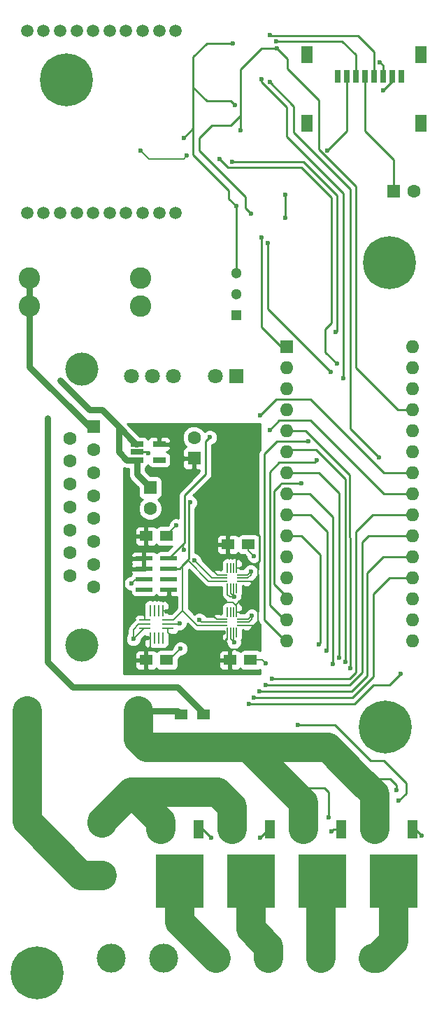
<source format=gtl>
G04 #@! TF.FileFunction,Copper,L1,Top,Signal*
%FSLAX46Y46*%
G04 Gerber Fmt 4.6, Leading zero omitted, Abs format (unit mm)*
G04 Created by KiCad (PCBNEW 4.0.7) date Wednesday, May 09, 2018 'PMt' 10:18:29 PM*
%MOMM*%
%LPD*%
G01*
G04 APERTURE LIST*
%ADD10C,0.100000*%
%ADD11R,0.200000X1.200000*%
%ADD12R,1.200000X0.200000*%
%ADD13R,1.600000X1.600000*%
%ADD14O,1.600000X1.600000*%
%ADD15R,1.500000X1.250000*%
%ADD16C,1.600000*%
%ADD17C,2.600000*%
%ADD18C,4.000000*%
%ADD19C,3.500000*%
%ADD20R,0.800000X1.500000*%
%ADD21R,1.450000X2.000000*%
%ADD22R,1.200000X2.200000*%
%ADD23R,5.800000X6.400000*%
%ADD24R,2.750000X3.050000*%
%ADD25R,1.500000X1.300000*%
%ADD26C,1.300000*%
%ADD27R,1.300000X1.300000*%
%ADD28C,1.500000*%
%ADD29R,1.560000X0.650000*%
%ADD30R,1.400000X0.250000*%
%ADD31R,0.250000X1.400000*%
%ADD32R,2.000000X0.530000*%
%ADD33R,1.800000X1.800000*%
%ADD34C,1.800000*%
%ADD35C,6.400000*%
%ADD36C,0.600000*%
%ADD37C,0.254000*%
%ADD38C,0.152400*%
%ADD39C,3.556000*%
%ADD40C,0.762000*%
G04 APERTURE END LIST*
D10*
D11*
X111235000Y-114738000D03*
X111585000Y-114738000D03*
X111935000Y-114738000D03*
X112285000Y-114738000D03*
D12*
X112960000Y-113888000D03*
X112960000Y-113538000D03*
X112960000Y-113188000D03*
D11*
X112285000Y-112338000D03*
X111935000Y-112338000D03*
X111585000Y-112338000D03*
X111235000Y-112338000D03*
D12*
X110560000Y-113188000D03*
X110560000Y-113538000D03*
X110560000Y-113888000D03*
D11*
X111235000Y-109404000D03*
X111585000Y-109404000D03*
X111935000Y-109404000D03*
X112285000Y-109404000D03*
D12*
X112960000Y-108554000D03*
X112960000Y-108204000D03*
X112960000Y-107854000D03*
D11*
X112285000Y-107004000D03*
X111935000Y-107004000D03*
X111585000Y-107004000D03*
X111235000Y-107004000D03*
D12*
X110560000Y-107854000D03*
X110560000Y-108204000D03*
X110560000Y-108554000D03*
D13*
X118364000Y-80264000D03*
D14*
X133604000Y-113284000D03*
X118364000Y-82804000D03*
X133604000Y-110744000D03*
X118364000Y-85344000D03*
X133604000Y-108204000D03*
X118364000Y-87884000D03*
X133604000Y-105664000D03*
X118364000Y-90424000D03*
X133604000Y-103124000D03*
X118364000Y-92964000D03*
X133604000Y-100584000D03*
X118364000Y-95504000D03*
X133604000Y-98044000D03*
X118364000Y-98044000D03*
X133604000Y-95504000D03*
X118364000Y-100584000D03*
X133604000Y-92964000D03*
X118364000Y-103124000D03*
X133604000Y-90424000D03*
X118364000Y-105664000D03*
X133604000Y-87884000D03*
X118364000Y-108204000D03*
X133604000Y-85344000D03*
X118364000Y-110744000D03*
X133604000Y-82804000D03*
X118364000Y-113284000D03*
X133604000Y-80264000D03*
X118364000Y-115824000D03*
X133604000Y-115824000D03*
D15*
X111526000Y-118110000D03*
X114026000Y-118110000D03*
X101366000Y-118110000D03*
X103866000Y-118110000D03*
D13*
X101854000Y-97282000D03*
D16*
X101854000Y-99782000D03*
D13*
X107188000Y-93726000D03*
D16*
X107188000Y-91226000D03*
D15*
X111272000Y-104140000D03*
X113772000Y-104140000D03*
X101366000Y-103124000D03*
X103866000Y-103124000D03*
D17*
X87245000Y-71960000D03*
X87245000Y-75360000D03*
X100715000Y-71960000D03*
X100715000Y-75360000D03*
X86991000Y-124284000D03*
X86991000Y-127684000D03*
X100461000Y-124284000D03*
X100461000Y-127684000D03*
D13*
X94996000Y-89916000D03*
D16*
X94996000Y-92686000D03*
X94996000Y-95456000D03*
X94996000Y-98226000D03*
X94996000Y-100996000D03*
X94996000Y-103766000D03*
X94996000Y-106536000D03*
X94996000Y-109306000D03*
X92156000Y-91301000D03*
X92156000Y-94071000D03*
X92156000Y-96841000D03*
X92156000Y-99611000D03*
X92156000Y-102381000D03*
X92156000Y-105151000D03*
X92156000Y-107921000D03*
D18*
X93576000Y-82961000D03*
X93576000Y-116261000D03*
D19*
X96012000Y-144145000D03*
X96012000Y-137795000D03*
D20*
X124540000Y-47558000D03*
X125640000Y-47558000D03*
X126740000Y-47558000D03*
X127840000Y-47558000D03*
X128940000Y-47558000D03*
X130040000Y-47558000D03*
X131140000Y-47558000D03*
X132240000Y-47558000D03*
D21*
X120870000Y-53258000D03*
X134620000Y-53258000D03*
X120870000Y-44958000D03*
X134620000Y-44958000D03*
D19*
X128905000Y-154178000D03*
X122555000Y-154178000D03*
X116205000Y-154178000D03*
X109855000Y-154178000D03*
X103505000Y-154178000D03*
X97155000Y-154178000D03*
D22*
X124962000Y-138548000D03*
X120402000Y-138548000D03*
D23*
X122682000Y-144848000D03*
D24*
X121157000Y-146523000D03*
X124207000Y-143173000D03*
X124207000Y-146523000D03*
X121157000Y-143173000D03*
D22*
X133598000Y-138548000D03*
X129038000Y-138548000D03*
D23*
X131318000Y-144848000D03*
D24*
X129793000Y-146523000D03*
X132843000Y-143173000D03*
X132843000Y-146523000D03*
X129793000Y-143173000D03*
D22*
X107690000Y-138548000D03*
X103130000Y-138548000D03*
D23*
X105410000Y-144848000D03*
D24*
X103885000Y-146523000D03*
X106935000Y-143173000D03*
X106935000Y-146523000D03*
X103885000Y-143173000D03*
D22*
X116326000Y-138548000D03*
X111766000Y-138548000D03*
D23*
X114046000Y-144848000D03*
D24*
X112521000Y-146523000D03*
X115571000Y-143173000D03*
X115571000Y-146523000D03*
X112521000Y-143173000D03*
D25*
X108284000Y-124714000D03*
X105584000Y-124714000D03*
D26*
X112268000Y-71374000D03*
D27*
X112268000Y-76454000D03*
D26*
X112268000Y-73914000D03*
D28*
X86948500Y-42022500D03*
X86948500Y-64022500D03*
X88948500Y-42022500D03*
X88948500Y-64022500D03*
X90948500Y-42022500D03*
X90948500Y-64022500D03*
X92948500Y-42022500D03*
X92948500Y-64022500D03*
X94948500Y-42022500D03*
X94948500Y-64022500D03*
X96948500Y-42022500D03*
X96948500Y-64022500D03*
X98948500Y-42022500D03*
X98948500Y-64022500D03*
X100948500Y-42022500D03*
X100948500Y-64022500D03*
X102948500Y-42022500D03*
X102948500Y-64022500D03*
X104948500Y-42022500D03*
X104948500Y-64022500D03*
D29*
X100250000Y-92014000D03*
X100250000Y-92964000D03*
X100250000Y-93914000D03*
X102950000Y-93914000D03*
X102950000Y-92014000D03*
D30*
X103996000Y-113792000D03*
X103996000Y-113292000D03*
X103996000Y-114292000D03*
X101236000Y-113292000D03*
X101236000Y-113792000D03*
X101236000Y-114292000D03*
D31*
X103366000Y-112172000D03*
X102866000Y-112172000D03*
X102366000Y-112172000D03*
X101866000Y-112172000D03*
X101866000Y-115412000D03*
X102366000Y-115412000D03*
X102866000Y-115412000D03*
X103366000Y-115412000D03*
D32*
X101116000Y-105821000D03*
X104116000Y-105821000D03*
X101116000Y-107071000D03*
X101116000Y-108321000D03*
X101116000Y-109571000D03*
X104116000Y-109571000D03*
X104116000Y-108321000D03*
X104116000Y-107071000D03*
D33*
X112268000Y-83820000D03*
D34*
X109728000Y-83820000D03*
X104648000Y-83820000D03*
X102108000Y-83820000D03*
X99568000Y-83820000D03*
D13*
X131318000Y-61468000D03*
D16*
X133818000Y-61468000D03*
D35*
X91694000Y-48006000D03*
X130810000Y-70104000D03*
X130302000Y-126238000D03*
X88138000Y-155956000D03*
D36*
X115316000Y-67056000D03*
X111760000Y-57912000D03*
X124333000Y-78486000D03*
X114427000Y-122682000D03*
X118237000Y-64643000D03*
X118237000Y-61849000D03*
X100711000Y-56515000D03*
X106299000Y-57150000D03*
X112014000Y-110490000D03*
X119761000Y-125984000D03*
X131953000Y-135128000D03*
X101600000Y-93091000D03*
X114427000Y-105537000D03*
X114173000Y-112776000D03*
X114046000Y-107442000D03*
X105029000Y-101854000D03*
X99568000Y-108839000D03*
X99822000Y-115570000D03*
X105537000Y-116713000D03*
X112014000Y-115951000D03*
X115824000Y-118491000D03*
X129667000Y-45847000D03*
X115062000Y-121920000D03*
X122301000Y-116205000D03*
X115824000Y-121158000D03*
X123190000Y-116967000D03*
X116586000Y-120396000D03*
X125476000Y-118364000D03*
X116332000Y-90297000D03*
X123952000Y-118618000D03*
X115189000Y-88519000D03*
X126111000Y-119126000D03*
X113792000Y-123444000D03*
X132207000Y-119761000D03*
X124714000Y-117856000D03*
X114046000Y-64135000D03*
X112776000Y-54102000D03*
X117221000Y-44196000D03*
X123698000Y-83312000D03*
X120142000Y-96774000D03*
X116078000Y-67691000D03*
X115316000Y-47879000D03*
X122047000Y-93980000D03*
X125222000Y-84074000D03*
X90932000Y-84328000D03*
X89408000Y-88900000D03*
X124460000Y-82296000D03*
X121031000Y-91694000D03*
X110236000Y-57531000D03*
X116332000Y-48260000D03*
X129540000Y-93599000D03*
X105918000Y-54991000D03*
X112141000Y-51054000D03*
X111887000Y-43561000D03*
X112268000Y-63246000D03*
X109982000Y-92837000D03*
X109728000Y-102108000D03*
X113665000Y-96774000D03*
X123444000Y-137160000D03*
X131699000Y-133858000D03*
X123317000Y-56515000D03*
X117094000Y-43307000D03*
X116332000Y-42545000D03*
X130048000Y-49276000D03*
X107823000Y-113284000D03*
X105410000Y-113665000D03*
X105918000Y-104775000D03*
X107188000Y-106045000D03*
X109093000Y-91186000D03*
X106680000Y-99060000D03*
X123825000Y-138811000D03*
X134747000Y-139319000D03*
X109220000Y-139573000D03*
X115189000Y-139573000D03*
D37*
X118364000Y-80264000D02*
X117729000Y-80264000D01*
X117729000Y-80264000D02*
X115316000Y-77851000D01*
X115316000Y-77851000D02*
X115316000Y-67056000D01*
X120396000Y-57912000D02*
X111760000Y-57912000D01*
X124460000Y-61976000D02*
X120396000Y-57912000D01*
X124460000Y-78359000D02*
X124460000Y-61976000D01*
X124333000Y-78486000D02*
X124460000Y-78359000D01*
X130810000Y-108204000D02*
X128905000Y-110109000D01*
X128905000Y-110109000D02*
X128905000Y-120142000D01*
X128905000Y-120142000D02*
X126365000Y-122682000D01*
X126365000Y-122682000D02*
X114427000Y-122682000D01*
X133604000Y-108204000D02*
X130810000Y-108204000D01*
X118237000Y-64643000D02*
X118237000Y-61849000D01*
D38*
X101727000Y-57531000D02*
X100711000Y-56515000D01*
X105918000Y-57531000D02*
X101727000Y-57531000D01*
X106299000Y-57150000D02*
X105918000Y-57531000D01*
X111235000Y-109404000D02*
X111235000Y-110219000D01*
X111506000Y-110490000D02*
X112014000Y-110490000D01*
X111235000Y-110219000D02*
X111506000Y-110490000D01*
X111585000Y-109404000D02*
X111585000Y-110061000D01*
X111935000Y-110411000D02*
X112014000Y-110490000D01*
X111935000Y-110411000D02*
X111935000Y-109404000D01*
X111585000Y-110061000D02*
X112014000Y-110490000D01*
D37*
X124206000Y-125984000D02*
X119761000Y-125984000D01*
X128524000Y-130302000D02*
X124206000Y-125984000D01*
X130175000Y-130302000D02*
X128524000Y-130302000D01*
X132842000Y-132969000D02*
X130175000Y-130302000D01*
X132842000Y-134239000D02*
X132842000Y-132969000D01*
X131953000Y-135128000D02*
X132842000Y-134239000D01*
X100250000Y-92964000D02*
X101473000Y-92964000D01*
X101473000Y-92964000D02*
X101600000Y-93091000D01*
D38*
X113772000Y-104140000D02*
X113772000Y-104882000D01*
X113772000Y-104882000D02*
X114427000Y-105537000D01*
X112960000Y-113538000D02*
X113792000Y-113538000D01*
X113761000Y-113188000D02*
X114173000Y-112776000D01*
X113761000Y-113188000D02*
X112960000Y-113188000D01*
X114173000Y-113157000D02*
X114173000Y-112776000D01*
X113792000Y-113538000D02*
X114173000Y-113157000D01*
X112960000Y-108204000D02*
X113665000Y-108204000D01*
X113634000Y-107854000D02*
X114046000Y-107442000D01*
X113634000Y-107854000D02*
X112960000Y-107854000D01*
X114046000Y-107823000D02*
X114046000Y-107442000D01*
X113665000Y-108204000D02*
X114046000Y-107823000D01*
X103866000Y-103124000D02*
X103866000Y-103017000D01*
X103866000Y-103017000D02*
X105029000Y-101854000D01*
X100086000Y-108321000D02*
X99568000Y-108839000D01*
X101116000Y-108321000D02*
X100086000Y-108321000D01*
X101236000Y-113792000D02*
X100457000Y-113792000D01*
X99822000Y-115570000D02*
X101100000Y-114292000D01*
X99822000Y-114427000D02*
X99822000Y-115570000D01*
X100457000Y-113792000D02*
X99822000Y-114427000D01*
X101236000Y-114292000D02*
X101100000Y-114292000D01*
X103866000Y-118110000D02*
X104140000Y-118110000D01*
X104140000Y-118110000D02*
X105537000Y-116713000D01*
X111585000Y-114738000D02*
X111585000Y-115522000D01*
X111935000Y-115872000D02*
X112014000Y-115951000D01*
X111935000Y-115872000D02*
X111935000Y-114738000D01*
X111585000Y-115522000D02*
X112014000Y-115951000D01*
X114026000Y-118110000D02*
X115443000Y-118110000D01*
X115443000Y-118110000D02*
X115824000Y-118491000D01*
D37*
X130040000Y-46220000D02*
X130040000Y-47558000D01*
X129667000Y-45847000D02*
X130040000Y-46220000D01*
D39*
X103130000Y-138548000D02*
X103130000Y-137674000D01*
X103130000Y-137674000D02*
X99568000Y-134112000D01*
X96012000Y-137795000D02*
X96012000Y-137668000D01*
X96012000Y-137668000D02*
X99568000Y-134112000D01*
X99568000Y-134112000D02*
X109982000Y-134112000D01*
X109982000Y-134112000D02*
X111766000Y-135896000D01*
X111766000Y-135896000D02*
X111766000Y-138548000D01*
D37*
X130048000Y-105664000D02*
X128143000Y-107569000D01*
X128143000Y-107569000D02*
X128143000Y-120015000D01*
X128143000Y-120015000D02*
X126238000Y-121920000D01*
X126238000Y-121920000D02*
X115062000Y-121920000D01*
X133604000Y-105664000D02*
X130048000Y-105664000D01*
X120142000Y-103124000D02*
X118364000Y-103124000D01*
X122428000Y-105410000D02*
X120142000Y-103124000D01*
X122428000Y-116078000D02*
X122428000Y-105410000D01*
X122301000Y-116205000D02*
X122428000Y-116078000D01*
X128270000Y-103124000D02*
X127508000Y-103886000D01*
X127508000Y-103886000D02*
X127508000Y-119634000D01*
X127508000Y-119634000D02*
X125984000Y-121158000D01*
X125984000Y-121158000D02*
X115824000Y-121158000D01*
X133604000Y-103124000D02*
X128270000Y-103124000D01*
X121285000Y-100584000D02*
X118364000Y-100584000D01*
X123317000Y-102616000D02*
X121285000Y-100584000D01*
X123317000Y-116840000D02*
X123317000Y-102616000D01*
X123190000Y-116967000D02*
X123317000Y-116840000D01*
X128778000Y-100584000D02*
X126746000Y-102616000D01*
X126746000Y-102616000D02*
X126746000Y-119634000D01*
X126746000Y-119634000D02*
X125984000Y-120396000D01*
X125984000Y-120396000D02*
X116586000Y-120396000D01*
X133604000Y-100584000D02*
X128778000Y-100584000D01*
X125476000Y-118364000D02*
X125476000Y-113030000D01*
X125476000Y-113030000D02*
X125476000Y-107950000D01*
X125476000Y-107950000D02*
X125476000Y-103759000D01*
X125476000Y-103759000D02*
X125476000Y-96266000D01*
X125476000Y-96266000D02*
X121920000Y-92710000D01*
X121920000Y-92710000D02*
X118618000Y-92710000D01*
X118618000Y-92710000D02*
X118364000Y-92964000D01*
X133604000Y-98044000D02*
X130175000Y-98044000D01*
X117475000Y-89154000D02*
X116332000Y-90297000D01*
X121285000Y-89154000D02*
X117475000Y-89154000D01*
X130175000Y-98044000D02*
X121285000Y-89154000D01*
X123952000Y-118618000D02*
X123952000Y-110871000D01*
X118364000Y-98044000D02*
X121158000Y-98044000D01*
X123952000Y-100838000D02*
X121158000Y-98044000D01*
X123952000Y-110871000D02*
X123952000Y-100838000D01*
X133604000Y-95504000D02*
X130175000Y-95504000D01*
X117094000Y-86614000D02*
X115189000Y-88519000D01*
X121285000Y-86614000D02*
X117094000Y-86614000D01*
X130175000Y-95504000D02*
X121285000Y-86614000D01*
X126111000Y-119126000D02*
X126111000Y-116332000D01*
X126111000Y-116332000D02*
X126111000Y-111887000D01*
X126111000Y-111887000D02*
X126111000Y-103378000D01*
X126111000Y-103378000D02*
X125984000Y-103251000D01*
X125984000Y-103251000D02*
X125984000Y-95758000D01*
X125984000Y-95758000D02*
X120650000Y-90424000D01*
X118364000Y-90424000D02*
X120650000Y-90424000D01*
X126619000Y-123444000D02*
X113792000Y-123444000D01*
X128905000Y-121158000D02*
X126619000Y-123444000D01*
X130810000Y-121158000D02*
X128905000Y-121158000D01*
X132207000Y-119761000D02*
X130810000Y-121158000D01*
X122301000Y-95504000D02*
X118364000Y-95504000D01*
X124714000Y-97917000D02*
X122301000Y-95504000D01*
X124714000Y-105410000D02*
X124714000Y-97917000D01*
X124714000Y-117475000D02*
X124714000Y-105410000D01*
X124714000Y-117856000D02*
X124714000Y-117475000D01*
X111633000Y-53467000D02*
X112776000Y-52324000D01*
X109347000Y-53467000D02*
X111633000Y-53467000D01*
X107823000Y-54991000D02*
X109347000Y-53467000D01*
X107823000Y-56515000D02*
X107823000Y-54991000D01*
X113411000Y-62103000D02*
X107823000Y-56515000D01*
X113411000Y-63500000D02*
X113411000Y-62103000D01*
X114046000Y-64135000D02*
X113411000Y-63500000D01*
X117221000Y-44196000D02*
X115316000Y-44196000D01*
X115316000Y-44196000D02*
X112776000Y-46736000D01*
X112776000Y-46736000D02*
X112776000Y-52324000D01*
X112776000Y-52324000D02*
X112776000Y-54102000D01*
X133604000Y-87884000D02*
X131826000Y-87884000D01*
X118491000Y-45466000D02*
X117221000Y-44196000D01*
X118491000Y-46609000D02*
X118491000Y-45466000D01*
X122301000Y-50419000D02*
X118491000Y-46609000D01*
X122301000Y-56388000D02*
X122301000Y-50419000D01*
X126746000Y-60833000D02*
X122301000Y-56388000D01*
X126746000Y-82804000D02*
X126746000Y-60833000D01*
X131826000Y-87884000D02*
X126746000Y-82804000D01*
X117729000Y-96774000D02*
X119253000Y-96774000D01*
X116840000Y-108966000D02*
X116840000Y-97663000D01*
X116840000Y-97663000D02*
X117602000Y-96901000D01*
X117602000Y-96901000D02*
X117729000Y-96774000D01*
X118364000Y-110490000D02*
X116840000Y-108966000D01*
X116078000Y-75692000D02*
X116078000Y-74168000D01*
X123698000Y-83312000D02*
X116078000Y-75692000D01*
X119761000Y-96774000D02*
X120142000Y-96774000D01*
X119253000Y-96774000D02*
X119761000Y-96774000D01*
X116078000Y-74041000D02*
X116078000Y-67691000D01*
X118364000Y-110744000D02*
X118364000Y-110490000D01*
X115316000Y-47879000D02*
X115316000Y-48260000D01*
X116332000Y-111506000D02*
X116332000Y-96393000D01*
X116332000Y-96393000D02*
X116332000Y-95377000D01*
X116332000Y-95377000D02*
X117475000Y-94234000D01*
X117475000Y-94234000D02*
X121793000Y-94234000D01*
X121793000Y-94234000D02*
X122047000Y-93980000D01*
X116332000Y-111506000D02*
X118110000Y-113284000D01*
X125222000Y-61722000D02*
X125222000Y-84074000D01*
X118364000Y-54864000D02*
X125222000Y-61722000D01*
X118364000Y-51308000D02*
X118364000Y-54864000D01*
X115316000Y-48260000D02*
X118364000Y-51308000D01*
X118364000Y-113284000D02*
X118110000Y-113284000D01*
D40*
X100250000Y-93914000D02*
X100250000Y-95678000D01*
X100250000Y-95678000D02*
X101854000Y-97282000D01*
X100250000Y-93914000D02*
X98994000Y-93914000D01*
X98044000Y-92964000D02*
X98044000Y-89916000D01*
X98994000Y-93914000D02*
X98044000Y-92964000D01*
X100250000Y-92014000D02*
X100142000Y-92014000D01*
X100142000Y-92014000D02*
X98044000Y-89916000D01*
X98044000Y-89916000D02*
X96012000Y-87884000D01*
X96012000Y-87884000D02*
X94488000Y-87884000D01*
X94488000Y-87884000D02*
X90932000Y-84328000D01*
X108284000Y-124714000D02*
X108284000Y-124540000D01*
X108284000Y-124540000D02*
X105156000Y-121412000D01*
X105156000Y-121412000D02*
X92456000Y-121412000D01*
X92456000Y-121412000D02*
X89408000Y-118364000D01*
X89408000Y-118364000D02*
X89408000Y-88900000D01*
D37*
X110998000Y-58293000D02*
X111252000Y-58547000D01*
X120142000Y-91694000D02*
X121031000Y-91694000D01*
X117221000Y-91694000D02*
X120142000Y-91694000D01*
X115697000Y-93218000D02*
X117221000Y-91694000D01*
X115697000Y-113284000D02*
X115697000Y-93218000D01*
X118237000Y-115824000D02*
X115697000Y-113284000D01*
X110998000Y-58293000D02*
X110236000Y-57531000D01*
X123063000Y-80899000D02*
X124460000Y-82296000D01*
X123063000Y-78105000D02*
X123063000Y-80899000D01*
X123825000Y-77343000D02*
X123063000Y-78105000D01*
X123825000Y-62230000D02*
X123825000Y-77343000D01*
X120142000Y-58547000D02*
X123825000Y-62230000D01*
X111252000Y-58547000D02*
X120142000Y-58547000D01*
X118364000Y-115824000D02*
X118237000Y-115824000D01*
X119253000Y-51181000D02*
X116332000Y-48260000D01*
X119253000Y-54356000D02*
X119253000Y-51181000D01*
X126111000Y-61214000D02*
X119253000Y-54356000D01*
X126111000Y-90170000D02*
X126111000Y-61214000D01*
X129540000Y-93599000D02*
X126111000Y-90170000D01*
X131318000Y-61468000D02*
X131318000Y-57658000D01*
X127840000Y-54180000D02*
X127840000Y-47558000D01*
X131318000Y-57658000D02*
X127840000Y-54180000D01*
X107061000Y-53848000D02*
X107061000Y-53721000D01*
X105918000Y-54991000D02*
X107061000Y-53848000D01*
X108712000Y-50546000D02*
X107061000Y-48895000D01*
X111633000Y-50546000D02*
X108712000Y-50546000D01*
X112141000Y-51054000D02*
X111633000Y-50546000D01*
X107061000Y-48895000D02*
X107061000Y-45212000D01*
X108712000Y-43561000D02*
X111887000Y-43561000D01*
X107061000Y-45212000D02*
X108712000Y-43561000D01*
X107061000Y-57023000D02*
X107061000Y-53594000D01*
X112268000Y-63246000D02*
X111379000Y-62357000D01*
X111379000Y-62357000D02*
X111379000Y-61341000D01*
X111379000Y-61341000D02*
X107061000Y-57023000D01*
X107061000Y-53594000D02*
X107061000Y-48895000D01*
X112268000Y-71374000D02*
X112268000Y-63246000D01*
X111272000Y-104140000D02*
X111272000Y-103231000D01*
X115062000Y-106172000D02*
X114681000Y-106553000D01*
X115062000Y-103124000D02*
X115062000Y-106172000D01*
X114554000Y-102616000D02*
X115062000Y-103124000D01*
X111887000Y-102616000D02*
X114554000Y-102616000D01*
X111272000Y-103231000D02*
X111887000Y-102616000D01*
X101116000Y-107071000D02*
X99177000Y-107071000D01*
X98679000Y-107569000D02*
X98679000Y-109855000D01*
X99177000Y-107071000D02*
X98679000Y-107569000D01*
D38*
X111235000Y-114738000D02*
X111235000Y-115460000D01*
X113411000Y-115316000D02*
X114554000Y-114173000D01*
X113411000Y-116205000D02*
X113411000Y-115316000D01*
X112776000Y-116840000D02*
X113411000Y-116205000D01*
X110998000Y-116840000D02*
X112776000Y-116840000D01*
X110744000Y-116586000D02*
X110998000Y-116840000D01*
X110744000Y-115951000D02*
X110744000Y-116586000D01*
X111235000Y-115460000D02*
X110744000Y-115951000D01*
X112285000Y-112338000D02*
X113100000Y-112338000D01*
X114554000Y-113792000D02*
X114554000Y-114046000D01*
X114935000Y-113411000D02*
X114554000Y-113792000D01*
X114935000Y-112141000D02*
X114935000Y-113411000D01*
X114808000Y-112014000D02*
X114935000Y-112141000D01*
X114440000Y-111646000D02*
X114808000Y-112014000D01*
X113792000Y-111646000D02*
X114440000Y-111646000D01*
X113100000Y-112338000D02*
X113792000Y-111646000D01*
X114554000Y-114046000D02*
X114396000Y-113888000D01*
X114396000Y-113888000D02*
X112960000Y-113888000D01*
X112285000Y-112338000D02*
X112285000Y-111523000D01*
X109601000Y-112903000D02*
X109886000Y-113188000D01*
X109601000Y-112522000D02*
X109601000Y-112903000D01*
X110363000Y-111760000D02*
X109601000Y-112522000D01*
X110363000Y-111633000D02*
X110363000Y-111760000D01*
X110871000Y-111125000D02*
X110363000Y-111633000D01*
X111887000Y-111125000D02*
X110871000Y-111125000D01*
X112285000Y-111523000D02*
X111887000Y-111125000D01*
X109886000Y-113188000D02*
X110560000Y-113188000D01*
X112285000Y-107004000D02*
X112973000Y-107004000D01*
X114427000Y-108585000D02*
X112991000Y-108585000D01*
X114935000Y-108077000D02*
X114427000Y-108585000D01*
X114935000Y-107061000D02*
X114935000Y-108077000D01*
X114427000Y-106553000D02*
X114935000Y-107061000D01*
X113424000Y-106553000D02*
X114427000Y-106553000D01*
X112973000Y-107004000D02*
X113424000Y-106553000D01*
X112991000Y-108585000D02*
X112960000Y-108554000D01*
X112285000Y-107004000D02*
X112960000Y-107004000D01*
X112960000Y-107004000D02*
X113030000Y-106934000D01*
X112285000Y-112338000D02*
X112285000Y-111362000D01*
X112285000Y-111362000D02*
X113030000Y-110617000D01*
X112285000Y-107004000D02*
X112285000Y-105901000D01*
X112285000Y-105901000D02*
X112522000Y-105664000D01*
X112285000Y-107004000D02*
X112706000Y-107004000D01*
X112960000Y-108554000D02*
X114015000Y-108554000D01*
X114015000Y-108554000D02*
X114300000Y-108839000D01*
X101866000Y-115412000D02*
X101866000Y-116574000D01*
X101866000Y-116574000D02*
X101727000Y-116713000D01*
X101236000Y-113292000D02*
X101236000Y-112793000D01*
X101236000Y-112793000D02*
X100838000Y-112395000D01*
X101866000Y-115412000D02*
X101758000Y-115412000D01*
X101758000Y-115412000D02*
X101600000Y-115570000D01*
X101866000Y-115412000D02*
X101823000Y-115412000D01*
X101823000Y-115412000D02*
X101727000Y-115316000D01*
X103996000Y-114292000D02*
X103996000Y-114791000D01*
X103996000Y-114791000D02*
X104140000Y-114935000D01*
X103366000Y-112172000D02*
X103728000Y-112172000D01*
X103728000Y-112172000D02*
X103759000Y-112141000D01*
X110560000Y-107854000D02*
X110013000Y-107854000D01*
X110013000Y-107854000D02*
X109347000Y-107188000D01*
X112706000Y-107004000D02*
X112846000Y-107004000D01*
X112846000Y-107004000D02*
X112903000Y-107061000D01*
X112960000Y-108554000D02*
X114142000Y-108554000D01*
X114142000Y-108554000D02*
X114300000Y-108712000D01*
X111235000Y-114738000D02*
X111235000Y-115587000D01*
X111235000Y-115587000D02*
X110490000Y-116332000D01*
X110560000Y-113188000D02*
X109886000Y-113188000D01*
X109886000Y-113188000D02*
X109220000Y-112522000D01*
X114396000Y-113888000D02*
X114554000Y-114046000D01*
X112960000Y-113888000D02*
X114396000Y-113888000D01*
X112285000Y-111362000D02*
X112649000Y-110998000D01*
D37*
X123444000Y-137160000D02*
X123444000Y-134112000D01*
X123444000Y-134112000D02*
X122936000Y-133604000D01*
X122936000Y-133604000D02*
X118618000Y-133604000D01*
X130937000Y-132461000D02*
X127127000Y-132461000D01*
X131699000Y-133223000D02*
X130937000Y-132461000D01*
X131699000Y-133858000D02*
X131699000Y-133223000D01*
D40*
X100461000Y-124284000D02*
X105154000Y-124284000D01*
X105154000Y-124284000D02*
X105584000Y-124714000D01*
D39*
X113714000Y-128700000D02*
X101477000Y-128700000D01*
X101477000Y-128700000D02*
X100461000Y-127684000D01*
X100461000Y-124284000D02*
X100461000Y-127684000D01*
X113714000Y-128700000D02*
X123366000Y-128700000D01*
X123366000Y-128700000D02*
X127127000Y-132461000D01*
X129038000Y-134372000D02*
X129038000Y-138548000D01*
X128524000Y-133858000D02*
X129038000Y-134372000D01*
X127127000Y-132461000D02*
X128524000Y-133858000D01*
X120402000Y-135388000D02*
X120402000Y-138548000D01*
X113714000Y-128700000D02*
X118618000Y-133604000D01*
X118618000Y-133604000D02*
X120402000Y-135388000D01*
X122555000Y-154178000D02*
X122555000Y-144975000D01*
X122555000Y-144975000D02*
X122682000Y-144848000D01*
X128905000Y-154178000D02*
X129286000Y-154178000D01*
X129286000Y-154178000D02*
X131318000Y-152146000D01*
X131318000Y-152146000D02*
X131318000Y-144848000D01*
X105410000Y-144848000D02*
X105410000Y-149733000D01*
X105410000Y-149733000D02*
X109855000Y-154178000D01*
X116205000Y-154178000D02*
X116205000Y-152781000D01*
X116205000Y-152781000D02*
X114046000Y-150622000D01*
X114046000Y-150622000D02*
X114046000Y-144848000D01*
D40*
X87245000Y-75360000D02*
X87245000Y-82673000D01*
X87245000Y-82673000D02*
X94488000Y-89916000D01*
X94488000Y-89916000D02*
X94996000Y-89916000D01*
X87245000Y-71960000D02*
X87245000Y-75360000D01*
D39*
X86991000Y-124284000D02*
X86991000Y-127684000D01*
X86991000Y-127684000D02*
X86969600Y-127705400D01*
X86969600Y-127705400D02*
X86969600Y-137591800D01*
X86969600Y-137591800D02*
X93522800Y-144145000D01*
X93522800Y-144145000D02*
X96012000Y-144145000D01*
D37*
X125640000Y-54192000D02*
X125640000Y-47558000D01*
X123317000Y-56515000D02*
X125640000Y-54192000D01*
X126740000Y-44952000D02*
X126740000Y-47558000D01*
X125095000Y-43307000D02*
X126740000Y-44952000D01*
X124460000Y-43307000D02*
X125095000Y-43307000D01*
X123952000Y-43307000D02*
X124460000Y-43307000D01*
X122555000Y-43307000D02*
X123952000Y-43307000D01*
X117094000Y-43307000D02*
X122555000Y-43307000D01*
X128940000Y-44612000D02*
X128940000Y-47558000D01*
X127000000Y-42672000D02*
X128940000Y-44612000D01*
X116459000Y-42672000D02*
X127000000Y-42672000D01*
X116332000Y-42545000D02*
X116459000Y-42672000D01*
X131140000Y-47558000D02*
X131140000Y-48184000D01*
X131140000Y-48184000D02*
X130048000Y-49276000D01*
D38*
X110560000Y-113538000D02*
X108077000Y-113538000D01*
X108077000Y-113538000D02*
X107823000Y-113284000D01*
X105283000Y-113792000D02*
X103996000Y-113792000D01*
X105410000Y-113665000D02*
X105283000Y-113792000D01*
X110560000Y-108204000D02*
X109347000Y-108204000D01*
X105857500Y-104714500D02*
X105857500Y-104079500D01*
X105918000Y-104775000D02*
X105857500Y-104714500D01*
X109347000Y-108204000D02*
X107188000Y-106045000D01*
D37*
X106045000Y-103892000D02*
X105857500Y-104079500D01*
X105857500Y-104079500D02*
X104116000Y-105821000D01*
X106045000Y-98171000D02*
X106045000Y-103892000D01*
X108585000Y-95631000D02*
X107315000Y-96901000D01*
X107315000Y-96901000D02*
X106045000Y-98171000D01*
X108585000Y-91694000D02*
X108585000Y-95631000D01*
X109093000Y-91186000D02*
X108585000Y-91694000D01*
D38*
X110560000Y-113888000D02*
X107538000Y-113888000D01*
X107538000Y-113888000D02*
X105791000Y-112141000D01*
X103996000Y-113292000D02*
X104640000Y-113292000D01*
X104640000Y-113292000D02*
X105791000Y-112141000D01*
X105791000Y-112141000D02*
X105791000Y-106680000D01*
X110560000Y-108554000D02*
X108935000Y-108554000D01*
X106553000Y-106172000D02*
X106553000Y-105918000D01*
X108935000Y-108554000D02*
X106553000Y-106172000D01*
D37*
X105400000Y-107071000D02*
X104116000Y-107071000D01*
X106553000Y-105918000D02*
X105791000Y-106680000D01*
X105791000Y-106680000D02*
X105400000Y-107071000D01*
X106553000Y-99187000D02*
X106553000Y-105918000D01*
X106680000Y-99060000D02*
X106553000Y-99187000D01*
X124088000Y-138548000D02*
X124962000Y-138548000D01*
X123825000Y-138811000D02*
X124088000Y-138548000D01*
X133598000Y-138548000D02*
X133976000Y-138548000D01*
X133976000Y-138548000D02*
X134747000Y-139319000D01*
X109220000Y-139573000D02*
X108195000Y-138548000D01*
X108195000Y-138548000D02*
X107690000Y-138548000D01*
X115189000Y-139573000D02*
X116214000Y-138548000D01*
X116214000Y-138548000D02*
X116326000Y-138548000D01*
G36*
X98774883Y-109367943D02*
X99037673Y-109631192D01*
X99381201Y-109773838D01*
X99468560Y-109773914D01*
X99468560Y-109836000D01*
X99512838Y-110071317D01*
X99651910Y-110287441D01*
X99864110Y-110432431D01*
X100116000Y-110483440D01*
X102116000Y-110483440D01*
X102351317Y-110439162D01*
X102567441Y-110300090D01*
X102613969Y-110231994D01*
X102756302Y-110374327D01*
X102989691Y-110471000D01*
X103830250Y-110471000D01*
X103989000Y-110312250D01*
X103989000Y-109698000D01*
X103969000Y-109698000D01*
X103969000Y-109444000D01*
X103989000Y-109444000D01*
X103989000Y-109424000D01*
X104243000Y-109424000D01*
X104243000Y-109444000D01*
X104263000Y-109444000D01*
X104263000Y-109698000D01*
X104243000Y-109698000D01*
X104243000Y-110312250D01*
X104401750Y-110471000D01*
X105079800Y-110471000D01*
X105079800Y-111846412D01*
X104406652Y-112519560D01*
X104126000Y-112519560D01*
X104126000Y-112457750D01*
X103967250Y-112299000D01*
X103638440Y-112299000D01*
X103638440Y-112045000D01*
X103967250Y-112045000D01*
X104126000Y-111886250D01*
X104126000Y-111345691D01*
X104029327Y-111112302D01*
X103850699Y-110933673D01*
X103617310Y-110837000D01*
X103587250Y-110837000D01*
X103428500Y-110995750D01*
X103428500Y-111002391D01*
X103242890Y-110875569D01*
X103168192Y-110860442D01*
X103144750Y-110837000D01*
X103114690Y-110837000D01*
X103094247Y-110845468D01*
X102991000Y-110824560D01*
X102741000Y-110824560D01*
X102611411Y-110848944D01*
X102491000Y-110824560D01*
X102241000Y-110824560D01*
X102111411Y-110848944D01*
X101991000Y-110824560D01*
X101741000Y-110824560D01*
X101505683Y-110868838D01*
X101289559Y-111007910D01*
X101144569Y-111220110D01*
X101093560Y-111472000D01*
X101093560Y-112675310D01*
X100950250Y-112532000D01*
X100409690Y-112532000D01*
X100176301Y-112628673D01*
X99997673Y-112807302D01*
X99901000Y-113040691D01*
X99901000Y-113070750D01*
X100053166Y-113222916D01*
X99954106Y-113289105D01*
X99319106Y-113924106D01*
X99164937Y-114154835D01*
X99146423Y-114247910D01*
X99110800Y-114427000D01*
X99110800Y-114958822D01*
X99029808Y-115039673D01*
X98887162Y-115383201D01*
X98886838Y-115755167D01*
X99028883Y-116098943D01*
X99291673Y-116362192D01*
X99635201Y-116504838D01*
X100007167Y-116505162D01*
X100350943Y-116363117D01*
X100614192Y-116100327D01*
X100756838Y-115756799D01*
X100756939Y-115640849D01*
X101188769Y-115209019D01*
X101264750Y-115285000D01*
X101593560Y-115285000D01*
X101593560Y-115539000D01*
X101264750Y-115539000D01*
X101106000Y-115697750D01*
X101106000Y-116238309D01*
X101202673Y-116471698D01*
X101381301Y-116650327D01*
X101614690Y-116747000D01*
X101644750Y-116747000D01*
X101803500Y-116588250D01*
X101803500Y-116581609D01*
X101989110Y-116708431D01*
X102063808Y-116723558D01*
X102087250Y-116747000D01*
X102117310Y-116747000D01*
X102137753Y-116738532D01*
X102241000Y-116759440D01*
X102491000Y-116759440D01*
X102620589Y-116735056D01*
X102741000Y-116759440D01*
X102991000Y-116759440D01*
X103120589Y-116735056D01*
X103241000Y-116759440D01*
X103491000Y-116759440D01*
X103726317Y-116715162D01*
X103942441Y-116576090D01*
X104087431Y-116363890D01*
X104138440Y-116112000D01*
X104138440Y-114908690D01*
X104281750Y-115052000D01*
X104822310Y-115052000D01*
X105055699Y-114955327D01*
X105234327Y-114776698D01*
X105307554Y-114599911D01*
X105595167Y-114600162D01*
X105938943Y-114458117D01*
X106202192Y-114195327D01*
X106344838Y-113851799D01*
X106344970Y-113700758D01*
X107035106Y-114390894D01*
X107265835Y-114545063D01*
X107310990Y-114554045D01*
X107538000Y-114599200D01*
X109781042Y-114599200D01*
X109960000Y-114635440D01*
X110837560Y-114635440D01*
X110837560Y-114865000D01*
X110658750Y-114865000D01*
X110500000Y-115023750D01*
X110500000Y-115464309D01*
X110596673Y-115697698D01*
X110775301Y-115876327D01*
X111008690Y-115973000D01*
X111026250Y-115973000D01*
X111038947Y-115960303D01*
X111078939Y-116020154D01*
X111078838Y-116136167D01*
X111220883Y-116479943D01*
X111483673Y-116743192D01*
X111790960Y-116870790D01*
X111653000Y-117008750D01*
X111653000Y-117983000D01*
X111673000Y-117983000D01*
X111673000Y-118237000D01*
X111653000Y-118237000D01*
X111653000Y-119211250D01*
X111811750Y-119370000D01*
X112402309Y-119370000D01*
X112635698Y-119273327D01*
X112776936Y-119132090D01*
X112811910Y-119186441D01*
X113024110Y-119331431D01*
X113276000Y-119382440D01*
X114776000Y-119382440D01*
X115011317Y-119338162D01*
X115189000Y-119223826D01*
X115189000Y-119761000D01*
X98679000Y-119761000D01*
X98679000Y-118395750D01*
X99981000Y-118395750D01*
X99981000Y-118861310D01*
X100077673Y-119094699D01*
X100256302Y-119273327D01*
X100489691Y-119370000D01*
X101080250Y-119370000D01*
X101239000Y-119211250D01*
X101239000Y-118237000D01*
X100139750Y-118237000D01*
X99981000Y-118395750D01*
X98679000Y-118395750D01*
X98679000Y-117358690D01*
X99981000Y-117358690D01*
X99981000Y-117824250D01*
X100139750Y-117983000D01*
X101239000Y-117983000D01*
X101239000Y-117008750D01*
X101493000Y-117008750D01*
X101493000Y-117983000D01*
X101513000Y-117983000D01*
X101513000Y-118237000D01*
X101493000Y-118237000D01*
X101493000Y-119211250D01*
X101651750Y-119370000D01*
X102242309Y-119370000D01*
X102475698Y-119273327D01*
X102616936Y-119132090D01*
X102651910Y-119186441D01*
X102864110Y-119331431D01*
X103116000Y-119382440D01*
X104616000Y-119382440D01*
X104851317Y-119338162D01*
X105067441Y-119199090D01*
X105212431Y-118986890D01*
X105263440Y-118735000D01*
X105263440Y-118395750D01*
X110141000Y-118395750D01*
X110141000Y-118861310D01*
X110237673Y-119094699D01*
X110416302Y-119273327D01*
X110649691Y-119370000D01*
X111240250Y-119370000D01*
X111399000Y-119211250D01*
X111399000Y-118237000D01*
X110299750Y-118237000D01*
X110141000Y-118395750D01*
X105263440Y-118395750D01*
X105263440Y-117992348D01*
X105607726Y-117648062D01*
X105722167Y-117648162D01*
X106065943Y-117506117D01*
X106213627Y-117358690D01*
X110141000Y-117358690D01*
X110141000Y-117824250D01*
X110299750Y-117983000D01*
X111399000Y-117983000D01*
X111399000Y-117008750D01*
X111240250Y-116850000D01*
X110649691Y-116850000D01*
X110416302Y-116946673D01*
X110237673Y-117125301D01*
X110141000Y-117358690D01*
X106213627Y-117358690D01*
X106329192Y-117243327D01*
X106471838Y-116899799D01*
X106472162Y-116527833D01*
X106330117Y-116184057D01*
X106067327Y-115920808D01*
X105723799Y-115778162D01*
X105351833Y-115777838D01*
X105008057Y-115919883D01*
X104744808Y-116182673D01*
X104602162Y-116526201D01*
X104602061Y-116642150D01*
X104406651Y-116837560D01*
X103116000Y-116837560D01*
X102880683Y-116881838D01*
X102664559Y-117020910D01*
X102618031Y-117089006D01*
X102475698Y-116946673D01*
X102242309Y-116850000D01*
X101651750Y-116850000D01*
X101493000Y-117008750D01*
X101239000Y-117008750D01*
X101080250Y-116850000D01*
X100489691Y-116850000D01*
X100256302Y-116946673D01*
X100077673Y-117125301D01*
X99981000Y-117358690D01*
X98679000Y-117358690D01*
X98679000Y-109135888D01*
X98774883Y-109367943D01*
X98774883Y-109367943D01*
G37*
X98774883Y-109367943D02*
X99037673Y-109631192D01*
X99381201Y-109773838D01*
X99468560Y-109773914D01*
X99468560Y-109836000D01*
X99512838Y-110071317D01*
X99651910Y-110287441D01*
X99864110Y-110432431D01*
X100116000Y-110483440D01*
X102116000Y-110483440D01*
X102351317Y-110439162D01*
X102567441Y-110300090D01*
X102613969Y-110231994D01*
X102756302Y-110374327D01*
X102989691Y-110471000D01*
X103830250Y-110471000D01*
X103989000Y-110312250D01*
X103989000Y-109698000D01*
X103969000Y-109698000D01*
X103969000Y-109444000D01*
X103989000Y-109444000D01*
X103989000Y-109424000D01*
X104243000Y-109424000D01*
X104243000Y-109444000D01*
X104263000Y-109444000D01*
X104263000Y-109698000D01*
X104243000Y-109698000D01*
X104243000Y-110312250D01*
X104401750Y-110471000D01*
X105079800Y-110471000D01*
X105079800Y-111846412D01*
X104406652Y-112519560D01*
X104126000Y-112519560D01*
X104126000Y-112457750D01*
X103967250Y-112299000D01*
X103638440Y-112299000D01*
X103638440Y-112045000D01*
X103967250Y-112045000D01*
X104126000Y-111886250D01*
X104126000Y-111345691D01*
X104029327Y-111112302D01*
X103850699Y-110933673D01*
X103617310Y-110837000D01*
X103587250Y-110837000D01*
X103428500Y-110995750D01*
X103428500Y-111002391D01*
X103242890Y-110875569D01*
X103168192Y-110860442D01*
X103144750Y-110837000D01*
X103114690Y-110837000D01*
X103094247Y-110845468D01*
X102991000Y-110824560D01*
X102741000Y-110824560D01*
X102611411Y-110848944D01*
X102491000Y-110824560D01*
X102241000Y-110824560D01*
X102111411Y-110848944D01*
X101991000Y-110824560D01*
X101741000Y-110824560D01*
X101505683Y-110868838D01*
X101289559Y-111007910D01*
X101144569Y-111220110D01*
X101093560Y-111472000D01*
X101093560Y-112675310D01*
X100950250Y-112532000D01*
X100409690Y-112532000D01*
X100176301Y-112628673D01*
X99997673Y-112807302D01*
X99901000Y-113040691D01*
X99901000Y-113070750D01*
X100053166Y-113222916D01*
X99954106Y-113289105D01*
X99319106Y-113924106D01*
X99164937Y-114154835D01*
X99146423Y-114247910D01*
X99110800Y-114427000D01*
X99110800Y-114958822D01*
X99029808Y-115039673D01*
X98887162Y-115383201D01*
X98886838Y-115755167D01*
X99028883Y-116098943D01*
X99291673Y-116362192D01*
X99635201Y-116504838D01*
X100007167Y-116505162D01*
X100350943Y-116363117D01*
X100614192Y-116100327D01*
X100756838Y-115756799D01*
X100756939Y-115640849D01*
X101188769Y-115209019D01*
X101264750Y-115285000D01*
X101593560Y-115285000D01*
X101593560Y-115539000D01*
X101264750Y-115539000D01*
X101106000Y-115697750D01*
X101106000Y-116238309D01*
X101202673Y-116471698D01*
X101381301Y-116650327D01*
X101614690Y-116747000D01*
X101644750Y-116747000D01*
X101803500Y-116588250D01*
X101803500Y-116581609D01*
X101989110Y-116708431D01*
X102063808Y-116723558D01*
X102087250Y-116747000D01*
X102117310Y-116747000D01*
X102137753Y-116738532D01*
X102241000Y-116759440D01*
X102491000Y-116759440D01*
X102620589Y-116735056D01*
X102741000Y-116759440D01*
X102991000Y-116759440D01*
X103120589Y-116735056D01*
X103241000Y-116759440D01*
X103491000Y-116759440D01*
X103726317Y-116715162D01*
X103942441Y-116576090D01*
X104087431Y-116363890D01*
X104138440Y-116112000D01*
X104138440Y-114908690D01*
X104281750Y-115052000D01*
X104822310Y-115052000D01*
X105055699Y-114955327D01*
X105234327Y-114776698D01*
X105307554Y-114599911D01*
X105595167Y-114600162D01*
X105938943Y-114458117D01*
X106202192Y-114195327D01*
X106344838Y-113851799D01*
X106344970Y-113700758D01*
X107035106Y-114390894D01*
X107265835Y-114545063D01*
X107310990Y-114554045D01*
X107538000Y-114599200D01*
X109781042Y-114599200D01*
X109960000Y-114635440D01*
X110837560Y-114635440D01*
X110837560Y-114865000D01*
X110658750Y-114865000D01*
X110500000Y-115023750D01*
X110500000Y-115464309D01*
X110596673Y-115697698D01*
X110775301Y-115876327D01*
X111008690Y-115973000D01*
X111026250Y-115973000D01*
X111038947Y-115960303D01*
X111078939Y-116020154D01*
X111078838Y-116136167D01*
X111220883Y-116479943D01*
X111483673Y-116743192D01*
X111790960Y-116870790D01*
X111653000Y-117008750D01*
X111653000Y-117983000D01*
X111673000Y-117983000D01*
X111673000Y-118237000D01*
X111653000Y-118237000D01*
X111653000Y-119211250D01*
X111811750Y-119370000D01*
X112402309Y-119370000D01*
X112635698Y-119273327D01*
X112776936Y-119132090D01*
X112811910Y-119186441D01*
X113024110Y-119331431D01*
X113276000Y-119382440D01*
X114776000Y-119382440D01*
X115011317Y-119338162D01*
X115189000Y-119223826D01*
X115189000Y-119761000D01*
X98679000Y-119761000D01*
X98679000Y-118395750D01*
X99981000Y-118395750D01*
X99981000Y-118861310D01*
X100077673Y-119094699D01*
X100256302Y-119273327D01*
X100489691Y-119370000D01*
X101080250Y-119370000D01*
X101239000Y-119211250D01*
X101239000Y-118237000D01*
X100139750Y-118237000D01*
X99981000Y-118395750D01*
X98679000Y-118395750D01*
X98679000Y-117358690D01*
X99981000Y-117358690D01*
X99981000Y-117824250D01*
X100139750Y-117983000D01*
X101239000Y-117983000D01*
X101239000Y-117008750D01*
X101493000Y-117008750D01*
X101493000Y-117983000D01*
X101513000Y-117983000D01*
X101513000Y-118237000D01*
X101493000Y-118237000D01*
X101493000Y-119211250D01*
X101651750Y-119370000D01*
X102242309Y-119370000D01*
X102475698Y-119273327D01*
X102616936Y-119132090D01*
X102651910Y-119186441D01*
X102864110Y-119331431D01*
X103116000Y-119382440D01*
X104616000Y-119382440D01*
X104851317Y-119338162D01*
X105067441Y-119199090D01*
X105212431Y-118986890D01*
X105263440Y-118735000D01*
X105263440Y-118395750D01*
X110141000Y-118395750D01*
X110141000Y-118861310D01*
X110237673Y-119094699D01*
X110416302Y-119273327D01*
X110649691Y-119370000D01*
X111240250Y-119370000D01*
X111399000Y-119211250D01*
X111399000Y-118237000D01*
X110299750Y-118237000D01*
X110141000Y-118395750D01*
X105263440Y-118395750D01*
X105263440Y-117992348D01*
X105607726Y-117648062D01*
X105722167Y-117648162D01*
X106065943Y-117506117D01*
X106213627Y-117358690D01*
X110141000Y-117358690D01*
X110141000Y-117824250D01*
X110299750Y-117983000D01*
X111399000Y-117983000D01*
X111399000Y-117008750D01*
X111240250Y-116850000D01*
X110649691Y-116850000D01*
X110416302Y-116946673D01*
X110237673Y-117125301D01*
X110141000Y-117358690D01*
X106213627Y-117358690D01*
X106329192Y-117243327D01*
X106471838Y-116899799D01*
X106472162Y-116527833D01*
X106330117Y-116184057D01*
X106067327Y-115920808D01*
X105723799Y-115778162D01*
X105351833Y-115777838D01*
X105008057Y-115919883D01*
X104744808Y-116182673D01*
X104602162Y-116526201D01*
X104602061Y-116642150D01*
X104406651Y-116837560D01*
X103116000Y-116837560D01*
X102880683Y-116881838D01*
X102664559Y-117020910D01*
X102618031Y-117089006D01*
X102475698Y-116946673D01*
X102242309Y-116850000D01*
X101651750Y-116850000D01*
X101493000Y-117008750D01*
X101239000Y-117008750D01*
X101080250Y-116850000D01*
X100489691Y-116850000D01*
X100256302Y-116946673D01*
X100077673Y-117125301D01*
X99981000Y-117358690D01*
X98679000Y-117358690D01*
X98679000Y-109135888D01*
X98774883Y-109367943D01*
G36*
X114993004Y-113575605D02*
X115158185Y-113822815D01*
X115189000Y-113853630D01*
X115189000Y-116998651D01*
X115027890Y-116888569D01*
X114776000Y-116837560D01*
X113276000Y-116837560D01*
X113040683Y-116881838D01*
X112824559Y-117020910D01*
X112778031Y-117089006D01*
X112635698Y-116946673D01*
X112402309Y-116850000D01*
X112286686Y-116850000D01*
X112542943Y-116744117D01*
X112806192Y-116481327D01*
X112948838Y-116137799D01*
X112949162Y-115765833D01*
X112916020Y-115685623D01*
X112981431Y-115589890D01*
X113032440Y-115338000D01*
X113032440Y-114623000D01*
X113087002Y-114623000D01*
X113087002Y-114464252D01*
X113245750Y-114623000D01*
X113686309Y-114623000D01*
X113919698Y-114526327D01*
X114098327Y-114347699D01*
X114195000Y-114114310D01*
X114195000Y-114107641D01*
X114294894Y-114040894D01*
X114675894Y-113659895D01*
X114803334Y-113469167D01*
X114805870Y-113465371D01*
X114943707Y-113327774D01*
X114993004Y-113575605D01*
X114993004Y-113575605D01*
G37*
X114993004Y-113575605D02*
X115158185Y-113822815D01*
X115189000Y-113853630D01*
X115189000Y-116998651D01*
X115027890Y-116888569D01*
X114776000Y-116837560D01*
X113276000Y-116837560D01*
X113040683Y-116881838D01*
X112824559Y-117020910D01*
X112778031Y-117089006D01*
X112635698Y-116946673D01*
X112402309Y-116850000D01*
X112286686Y-116850000D01*
X112542943Y-116744117D01*
X112806192Y-116481327D01*
X112948838Y-116137799D01*
X112949162Y-115765833D01*
X112916020Y-115685623D01*
X112981431Y-115589890D01*
X113032440Y-115338000D01*
X113032440Y-114623000D01*
X113087002Y-114623000D01*
X113087002Y-114464252D01*
X113245750Y-114623000D01*
X113686309Y-114623000D01*
X113919698Y-114526327D01*
X114098327Y-114347699D01*
X114195000Y-114114310D01*
X114195000Y-114107641D01*
X114294894Y-114040894D01*
X114675894Y-113659895D01*
X114803334Y-113469167D01*
X114805870Y-113465371D01*
X114943707Y-113327774D01*
X114993004Y-113575605D01*
G36*
X108432106Y-109056895D02*
X108662836Y-109211063D01*
X108935000Y-109265200D01*
X109781042Y-109265200D01*
X109960000Y-109301440D01*
X110487560Y-109301440D01*
X110487560Y-110004000D01*
X110523800Y-110196599D01*
X110523800Y-110219000D01*
X110577937Y-110491165D01*
X110732106Y-110721894D01*
X111003106Y-110992894D01*
X111149273Y-111090560D01*
X111135000Y-111090560D01*
X110899683Y-111134838D01*
X110683559Y-111273910D01*
X110538569Y-111486110D01*
X110487560Y-111738000D01*
X110487560Y-112453000D01*
X110432998Y-112453000D01*
X110432998Y-112611748D01*
X110274250Y-112453000D01*
X109833691Y-112453000D01*
X109600302Y-112549673D01*
X109421673Y-112728301D01*
X109380873Y-112826800D01*
X108645761Y-112826800D01*
X108616117Y-112755057D01*
X108353327Y-112491808D01*
X108009799Y-112349162D01*
X107637833Y-112348838D01*
X107294057Y-112490883D01*
X107220300Y-112564512D01*
X106502200Y-111846412D01*
X106502200Y-107126988D01*
X108432106Y-109056895D01*
X108432106Y-109056895D01*
G37*
X108432106Y-109056895D02*
X108662836Y-109211063D01*
X108935000Y-109265200D01*
X109781042Y-109265200D01*
X109960000Y-109301440D01*
X110487560Y-109301440D01*
X110487560Y-110004000D01*
X110523800Y-110196599D01*
X110523800Y-110219000D01*
X110577937Y-110491165D01*
X110732106Y-110721894D01*
X111003106Y-110992894D01*
X111149273Y-111090560D01*
X111135000Y-111090560D01*
X110899683Y-111134838D01*
X110683559Y-111273910D01*
X110538569Y-111486110D01*
X110487560Y-111738000D01*
X110487560Y-112453000D01*
X110432998Y-112453000D01*
X110432998Y-112611748D01*
X110274250Y-112453000D01*
X109833691Y-112453000D01*
X109600302Y-112549673D01*
X109421673Y-112728301D01*
X109380873Y-112826800D01*
X108645761Y-112826800D01*
X108616117Y-112755057D01*
X108353327Y-112491808D01*
X108009799Y-112349162D01*
X107637833Y-112348838D01*
X107294057Y-112490883D01*
X107220300Y-112564512D01*
X106502200Y-111846412D01*
X106502200Y-107126988D01*
X108432106Y-109056895D01*
G36*
X114935000Y-112215886D02*
X114703327Y-111983808D01*
X114359799Y-111841162D01*
X113987833Y-111840838D01*
X113644057Y-111982883D01*
X113380808Y-112245673D01*
X113299883Y-112440560D01*
X112682440Y-112440560D01*
X112682440Y-112211000D01*
X112861250Y-112211000D01*
X113020000Y-112052250D01*
X113020000Y-111611691D01*
X112923327Y-111378302D01*
X112744699Y-111199673D01*
X112661186Y-111165081D01*
X112806192Y-111020327D01*
X112948838Y-110676799D01*
X112949162Y-110304833D01*
X112948720Y-110303764D01*
X112981431Y-110255890D01*
X113032440Y-110004000D01*
X113032440Y-109289000D01*
X113087002Y-109289000D01*
X113087002Y-109130252D01*
X113245750Y-109289000D01*
X113686309Y-109289000D01*
X113919698Y-109192327D01*
X114098327Y-109013699D01*
X114195000Y-108780310D01*
X114195000Y-108762750D01*
X114150660Y-108718410D01*
X114167894Y-108706894D01*
X114193786Y-108681002D01*
X114195000Y-108681002D01*
X114195000Y-108679788D01*
X114548894Y-108325895D01*
X114678870Y-108131371D01*
X114838192Y-107972327D01*
X114935000Y-107739189D01*
X114935000Y-112215886D01*
X114935000Y-112215886D01*
G37*
X114935000Y-112215886D02*
X114703327Y-111983808D01*
X114359799Y-111841162D01*
X113987833Y-111840838D01*
X113644057Y-111982883D01*
X113380808Y-112245673D01*
X113299883Y-112440560D01*
X112682440Y-112440560D01*
X112682440Y-112211000D01*
X112861250Y-112211000D01*
X113020000Y-112052250D01*
X113020000Y-111611691D01*
X112923327Y-111378302D01*
X112744699Y-111199673D01*
X112661186Y-111165081D01*
X112806192Y-111020327D01*
X112948838Y-110676799D01*
X112949162Y-110304833D01*
X112948720Y-110303764D01*
X112981431Y-110255890D01*
X113032440Y-110004000D01*
X113032440Y-109289000D01*
X113087002Y-109289000D01*
X113087002Y-109130252D01*
X113245750Y-109289000D01*
X113686309Y-109289000D01*
X113919698Y-109192327D01*
X114098327Y-109013699D01*
X114195000Y-108780310D01*
X114195000Y-108762750D01*
X114150660Y-108718410D01*
X114167894Y-108706894D01*
X114193786Y-108681002D01*
X114195000Y-108681002D01*
X114195000Y-108679788D01*
X114548894Y-108325895D01*
X114678870Y-108131371D01*
X114838192Y-107972327D01*
X114935000Y-107739189D01*
X114935000Y-112215886D01*
G36*
X115189000Y-92648370D02*
X115158185Y-92679185D01*
X114993004Y-92926395D01*
X114935000Y-93218000D01*
X114935000Y-103028651D01*
X114773890Y-102918569D01*
X114522000Y-102867560D01*
X113022000Y-102867560D01*
X112786683Y-102911838D01*
X112570559Y-103050910D01*
X112524031Y-103119006D01*
X112381698Y-102976673D01*
X112148309Y-102880000D01*
X111557750Y-102880000D01*
X111399000Y-103038750D01*
X111399000Y-104013000D01*
X111419000Y-104013000D01*
X111419000Y-104267000D01*
X111399000Y-104267000D01*
X111399000Y-105241250D01*
X111557750Y-105400000D01*
X112148309Y-105400000D01*
X112381698Y-105303327D01*
X112522936Y-105162090D01*
X112557910Y-105216441D01*
X112770110Y-105361431D01*
X113022000Y-105412440D01*
X113296652Y-105412440D01*
X113491938Y-105607726D01*
X113491838Y-105722167D01*
X113633883Y-106065943D01*
X113896673Y-106329192D01*
X114240201Y-106471838D01*
X114612167Y-106472162D01*
X114935000Y-106338770D01*
X114935000Y-107145112D01*
X114839117Y-106913057D01*
X114576327Y-106649808D01*
X114232799Y-106507162D01*
X113860833Y-106506838D01*
X113517057Y-106648883D01*
X113253808Y-106911673D01*
X113172883Y-107106560D01*
X112682440Y-107106560D01*
X112682440Y-106877000D01*
X112861250Y-106877000D01*
X113020000Y-106718250D01*
X113020000Y-106277691D01*
X112923327Y-106044302D01*
X112744699Y-105865673D01*
X112511310Y-105769000D01*
X112493750Y-105769000D01*
X112386869Y-105875881D01*
X112286890Y-105807569D01*
X112035000Y-105756560D01*
X111835000Y-105756560D01*
X111757247Y-105771190D01*
X111685000Y-105756560D01*
X111485000Y-105756560D01*
X111407247Y-105771190D01*
X111335000Y-105756560D01*
X111135000Y-105756560D01*
X110899683Y-105800838D01*
X110683559Y-105939910D01*
X110538569Y-106152110D01*
X110487560Y-106404000D01*
X110487560Y-107119000D01*
X110432998Y-107119000D01*
X110432998Y-107277748D01*
X110274250Y-107119000D01*
X109833691Y-107119000D01*
X109600302Y-107215673D01*
X109482381Y-107333593D01*
X108123062Y-105974274D01*
X108123162Y-105859833D01*
X107981117Y-105516057D01*
X107718327Y-105252808D01*
X107374799Y-105110162D01*
X107315000Y-105110110D01*
X107315000Y-104425750D01*
X109887000Y-104425750D01*
X109887000Y-104891310D01*
X109983673Y-105124699D01*
X110162302Y-105303327D01*
X110395691Y-105400000D01*
X110986250Y-105400000D01*
X111145000Y-105241250D01*
X111145000Y-104267000D01*
X110045750Y-104267000D01*
X109887000Y-104425750D01*
X107315000Y-104425750D01*
X107315000Y-103388690D01*
X109887000Y-103388690D01*
X109887000Y-103854250D01*
X110045750Y-104013000D01*
X111145000Y-104013000D01*
X111145000Y-103038750D01*
X110986250Y-102880000D01*
X110395691Y-102880000D01*
X110162302Y-102976673D01*
X109983673Y-103155301D01*
X109887000Y-103388690D01*
X107315000Y-103388690D01*
X107315000Y-99747245D01*
X107472192Y-99590327D01*
X107614838Y-99246799D01*
X107615162Y-98874833D01*
X107473117Y-98531057D01*
X107210327Y-98267808D01*
X107079957Y-98213673D01*
X107853815Y-97439816D01*
X107853817Y-97439813D01*
X109123815Y-96169816D01*
X109288996Y-95922605D01*
X109306509Y-95834560D01*
X109347000Y-95631000D01*
X109347000Y-92092721D01*
X109621943Y-91979117D01*
X109885192Y-91716327D01*
X110027838Y-91372799D01*
X110028162Y-91000833D01*
X109886117Y-90657057D01*
X109623327Y-90393808D01*
X109279799Y-90251162D01*
X108907833Y-90250838D01*
X108564057Y-90392883D01*
X108445384Y-90511349D01*
X108405243Y-90414200D01*
X108001923Y-90010176D01*
X107474691Y-89791250D01*
X106903813Y-89790752D01*
X106376200Y-90008757D01*
X105972176Y-90412077D01*
X105753250Y-90939309D01*
X105752752Y-91510187D01*
X105970757Y-92037800D01*
X106234683Y-92302187D01*
X106028301Y-92387673D01*
X105849673Y-92566302D01*
X105753000Y-92799691D01*
X105753000Y-93440250D01*
X105911750Y-93599000D01*
X107061000Y-93599000D01*
X107061000Y-93579000D01*
X107315000Y-93579000D01*
X107315000Y-93599000D01*
X107335000Y-93599000D01*
X107335000Y-93853000D01*
X107315000Y-93853000D01*
X107315000Y-95002250D01*
X107473750Y-95161000D01*
X107823000Y-95161000D01*
X107823000Y-95315369D01*
X106776187Y-96362183D01*
X106776184Y-96362185D01*
X105506185Y-97632185D01*
X105341004Y-97879395D01*
X105283000Y-98171000D01*
X105283000Y-100947066D01*
X105215799Y-100919162D01*
X104843833Y-100918838D01*
X104500057Y-101060883D01*
X104236808Y-101323673D01*
X104094162Y-101667201D01*
X104094061Y-101783150D01*
X104025651Y-101851560D01*
X103116000Y-101851560D01*
X102880683Y-101895838D01*
X102664559Y-102034910D01*
X102618031Y-102103006D01*
X102475698Y-101960673D01*
X102242309Y-101864000D01*
X101651750Y-101864000D01*
X101493000Y-102022750D01*
X101493000Y-102997000D01*
X101513000Y-102997000D01*
X101513000Y-103251000D01*
X101493000Y-103251000D01*
X101493000Y-104225250D01*
X101651750Y-104384000D01*
X102242309Y-104384000D01*
X102475698Y-104287327D01*
X102616936Y-104146090D01*
X102651910Y-104200441D01*
X102864110Y-104345431D01*
X103116000Y-104396440D01*
X104462930Y-104396440D01*
X103950810Y-104908560D01*
X103116000Y-104908560D01*
X102880683Y-104952838D01*
X102664559Y-105091910D01*
X102618031Y-105160006D01*
X102475698Y-105017673D01*
X102242309Y-104921000D01*
X101401750Y-104921000D01*
X101243000Y-105079750D01*
X101243000Y-105694000D01*
X101263000Y-105694000D01*
X101263000Y-105948000D01*
X101243000Y-105948000D01*
X101243000Y-106944000D01*
X101263000Y-106944000D01*
X101263000Y-107198000D01*
X101243000Y-107198000D01*
X101243000Y-107218000D01*
X100989000Y-107218000D01*
X100989000Y-107198000D01*
X99639750Y-107198000D01*
X99481000Y-107356750D01*
X99481000Y-107462310D01*
X99577673Y-107695699D01*
X99587161Y-107705186D01*
X99519569Y-107804110D01*
X99499882Y-107901330D01*
X99497273Y-107903938D01*
X99382833Y-107903838D01*
X99039057Y-108045883D01*
X98775808Y-108308673D01*
X98679000Y-108541811D01*
X98679000Y-106106750D01*
X99481000Y-106106750D01*
X99481000Y-106212310D01*
X99577673Y-106445699D01*
X99577974Y-106446000D01*
X99577673Y-106446301D01*
X99481000Y-106679690D01*
X99481000Y-106785250D01*
X99639750Y-106944000D01*
X100989000Y-106944000D01*
X100989000Y-105948000D01*
X99639750Y-105948000D01*
X99481000Y-106106750D01*
X98679000Y-106106750D01*
X98679000Y-105429690D01*
X99481000Y-105429690D01*
X99481000Y-105535250D01*
X99639750Y-105694000D01*
X100989000Y-105694000D01*
X100989000Y-105079750D01*
X100830250Y-104921000D01*
X99989691Y-104921000D01*
X99756302Y-105017673D01*
X99577673Y-105196301D01*
X99481000Y-105429690D01*
X98679000Y-105429690D01*
X98679000Y-103409750D01*
X99981000Y-103409750D01*
X99981000Y-103875310D01*
X100077673Y-104108699D01*
X100256302Y-104287327D01*
X100489691Y-104384000D01*
X101080250Y-104384000D01*
X101239000Y-104225250D01*
X101239000Y-103251000D01*
X100139750Y-103251000D01*
X99981000Y-103409750D01*
X98679000Y-103409750D01*
X98679000Y-102372690D01*
X99981000Y-102372690D01*
X99981000Y-102838250D01*
X100139750Y-102997000D01*
X101239000Y-102997000D01*
X101239000Y-102022750D01*
X101080250Y-101864000D01*
X100489691Y-101864000D01*
X100256302Y-101960673D01*
X100077673Y-102139301D01*
X99981000Y-102372690D01*
X98679000Y-102372690D01*
X98679000Y-94867343D01*
X98994000Y-94930000D01*
X99234000Y-94930000D01*
X99234000Y-95678000D01*
X99265142Y-95834560D01*
X99311338Y-96066807D01*
X99531580Y-96396420D01*
X100406560Y-97271401D01*
X100406560Y-98082000D01*
X100450838Y-98317317D01*
X100589910Y-98533441D01*
X100802110Y-98678431D01*
X100907041Y-98699680D01*
X100638176Y-98968077D01*
X100419250Y-99495309D01*
X100418752Y-100066187D01*
X100636757Y-100593800D01*
X101040077Y-100997824D01*
X101567309Y-101216750D01*
X102138187Y-101217248D01*
X102665800Y-100999243D01*
X103069824Y-100595923D01*
X103288750Y-100068691D01*
X103289248Y-99497813D01*
X103071243Y-98970200D01*
X102802928Y-98701417D01*
X102889317Y-98685162D01*
X103105441Y-98546090D01*
X103250431Y-98333890D01*
X103301440Y-98082000D01*
X103301440Y-96482000D01*
X103257162Y-96246683D01*
X103118090Y-96030559D01*
X102905890Y-95885569D01*
X102654000Y-95834560D01*
X101843401Y-95834560D01*
X101266000Y-95257160D01*
X101266000Y-94841723D01*
X101481441Y-94703090D01*
X101601233Y-94527768D01*
X101705910Y-94690441D01*
X101918110Y-94835431D01*
X102170000Y-94886440D01*
X103730000Y-94886440D01*
X103965317Y-94842162D01*
X104181441Y-94703090D01*
X104326431Y-94490890D01*
X104377440Y-94239000D01*
X104377440Y-94011750D01*
X105753000Y-94011750D01*
X105753000Y-94652309D01*
X105849673Y-94885698D01*
X106028301Y-95064327D01*
X106261690Y-95161000D01*
X106902250Y-95161000D01*
X107061000Y-95002250D01*
X107061000Y-93853000D01*
X105911750Y-93853000D01*
X105753000Y-94011750D01*
X104377440Y-94011750D01*
X104377440Y-93589000D01*
X104333162Y-93353683D01*
X104194090Y-93137559D01*
X103981890Y-92992569D01*
X103867435Y-92969391D01*
X104089698Y-92877327D01*
X104268327Y-92698699D01*
X104365000Y-92465310D01*
X104365000Y-92299750D01*
X104206250Y-92141000D01*
X103077000Y-92141000D01*
X103077000Y-92161000D01*
X102823000Y-92161000D01*
X102823000Y-92141000D01*
X102803000Y-92141000D01*
X102803000Y-91887000D01*
X102823000Y-91887000D01*
X102823000Y-91212750D01*
X103077000Y-91212750D01*
X103077000Y-91887000D01*
X104206250Y-91887000D01*
X104365000Y-91728250D01*
X104365000Y-91562690D01*
X104268327Y-91329301D01*
X104089698Y-91150673D01*
X103856309Y-91054000D01*
X103235750Y-91054000D01*
X103077000Y-91212750D01*
X102823000Y-91212750D01*
X102664250Y-91054000D01*
X102043691Y-91054000D01*
X101810302Y-91150673D01*
X101631673Y-91329301D01*
X101600912Y-91403565D01*
X101494090Y-91237559D01*
X101281890Y-91092569D01*
X101030000Y-91041560D01*
X100606401Y-91041560D01*
X99099840Y-89535000D01*
X115189000Y-89535000D01*
X115189000Y-92648370D01*
X115189000Y-92648370D01*
G37*
X115189000Y-92648370D02*
X115158185Y-92679185D01*
X114993004Y-92926395D01*
X114935000Y-93218000D01*
X114935000Y-103028651D01*
X114773890Y-102918569D01*
X114522000Y-102867560D01*
X113022000Y-102867560D01*
X112786683Y-102911838D01*
X112570559Y-103050910D01*
X112524031Y-103119006D01*
X112381698Y-102976673D01*
X112148309Y-102880000D01*
X111557750Y-102880000D01*
X111399000Y-103038750D01*
X111399000Y-104013000D01*
X111419000Y-104013000D01*
X111419000Y-104267000D01*
X111399000Y-104267000D01*
X111399000Y-105241250D01*
X111557750Y-105400000D01*
X112148309Y-105400000D01*
X112381698Y-105303327D01*
X112522936Y-105162090D01*
X112557910Y-105216441D01*
X112770110Y-105361431D01*
X113022000Y-105412440D01*
X113296652Y-105412440D01*
X113491938Y-105607726D01*
X113491838Y-105722167D01*
X113633883Y-106065943D01*
X113896673Y-106329192D01*
X114240201Y-106471838D01*
X114612167Y-106472162D01*
X114935000Y-106338770D01*
X114935000Y-107145112D01*
X114839117Y-106913057D01*
X114576327Y-106649808D01*
X114232799Y-106507162D01*
X113860833Y-106506838D01*
X113517057Y-106648883D01*
X113253808Y-106911673D01*
X113172883Y-107106560D01*
X112682440Y-107106560D01*
X112682440Y-106877000D01*
X112861250Y-106877000D01*
X113020000Y-106718250D01*
X113020000Y-106277691D01*
X112923327Y-106044302D01*
X112744699Y-105865673D01*
X112511310Y-105769000D01*
X112493750Y-105769000D01*
X112386869Y-105875881D01*
X112286890Y-105807569D01*
X112035000Y-105756560D01*
X111835000Y-105756560D01*
X111757247Y-105771190D01*
X111685000Y-105756560D01*
X111485000Y-105756560D01*
X111407247Y-105771190D01*
X111335000Y-105756560D01*
X111135000Y-105756560D01*
X110899683Y-105800838D01*
X110683559Y-105939910D01*
X110538569Y-106152110D01*
X110487560Y-106404000D01*
X110487560Y-107119000D01*
X110432998Y-107119000D01*
X110432998Y-107277748D01*
X110274250Y-107119000D01*
X109833691Y-107119000D01*
X109600302Y-107215673D01*
X109482381Y-107333593D01*
X108123062Y-105974274D01*
X108123162Y-105859833D01*
X107981117Y-105516057D01*
X107718327Y-105252808D01*
X107374799Y-105110162D01*
X107315000Y-105110110D01*
X107315000Y-104425750D01*
X109887000Y-104425750D01*
X109887000Y-104891310D01*
X109983673Y-105124699D01*
X110162302Y-105303327D01*
X110395691Y-105400000D01*
X110986250Y-105400000D01*
X111145000Y-105241250D01*
X111145000Y-104267000D01*
X110045750Y-104267000D01*
X109887000Y-104425750D01*
X107315000Y-104425750D01*
X107315000Y-103388690D01*
X109887000Y-103388690D01*
X109887000Y-103854250D01*
X110045750Y-104013000D01*
X111145000Y-104013000D01*
X111145000Y-103038750D01*
X110986250Y-102880000D01*
X110395691Y-102880000D01*
X110162302Y-102976673D01*
X109983673Y-103155301D01*
X109887000Y-103388690D01*
X107315000Y-103388690D01*
X107315000Y-99747245D01*
X107472192Y-99590327D01*
X107614838Y-99246799D01*
X107615162Y-98874833D01*
X107473117Y-98531057D01*
X107210327Y-98267808D01*
X107079957Y-98213673D01*
X107853815Y-97439816D01*
X107853817Y-97439813D01*
X109123815Y-96169816D01*
X109288996Y-95922605D01*
X109306509Y-95834560D01*
X109347000Y-95631000D01*
X109347000Y-92092721D01*
X109621943Y-91979117D01*
X109885192Y-91716327D01*
X110027838Y-91372799D01*
X110028162Y-91000833D01*
X109886117Y-90657057D01*
X109623327Y-90393808D01*
X109279799Y-90251162D01*
X108907833Y-90250838D01*
X108564057Y-90392883D01*
X108445384Y-90511349D01*
X108405243Y-90414200D01*
X108001923Y-90010176D01*
X107474691Y-89791250D01*
X106903813Y-89790752D01*
X106376200Y-90008757D01*
X105972176Y-90412077D01*
X105753250Y-90939309D01*
X105752752Y-91510187D01*
X105970757Y-92037800D01*
X106234683Y-92302187D01*
X106028301Y-92387673D01*
X105849673Y-92566302D01*
X105753000Y-92799691D01*
X105753000Y-93440250D01*
X105911750Y-93599000D01*
X107061000Y-93599000D01*
X107061000Y-93579000D01*
X107315000Y-93579000D01*
X107315000Y-93599000D01*
X107335000Y-93599000D01*
X107335000Y-93853000D01*
X107315000Y-93853000D01*
X107315000Y-95002250D01*
X107473750Y-95161000D01*
X107823000Y-95161000D01*
X107823000Y-95315369D01*
X106776187Y-96362183D01*
X106776184Y-96362185D01*
X105506185Y-97632185D01*
X105341004Y-97879395D01*
X105283000Y-98171000D01*
X105283000Y-100947066D01*
X105215799Y-100919162D01*
X104843833Y-100918838D01*
X104500057Y-101060883D01*
X104236808Y-101323673D01*
X104094162Y-101667201D01*
X104094061Y-101783150D01*
X104025651Y-101851560D01*
X103116000Y-101851560D01*
X102880683Y-101895838D01*
X102664559Y-102034910D01*
X102618031Y-102103006D01*
X102475698Y-101960673D01*
X102242309Y-101864000D01*
X101651750Y-101864000D01*
X101493000Y-102022750D01*
X101493000Y-102997000D01*
X101513000Y-102997000D01*
X101513000Y-103251000D01*
X101493000Y-103251000D01*
X101493000Y-104225250D01*
X101651750Y-104384000D01*
X102242309Y-104384000D01*
X102475698Y-104287327D01*
X102616936Y-104146090D01*
X102651910Y-104200441D01*
X102864110Y-104345431D01*
X103116000Y-104396440D01*
X104462930Y-104396440D01*
X103950810Y-104908560D01*
X103116000Y-104908560D01*
X102880683Y-104952838D01*
X102664559Y-105091910D01*
X102618031Y-105160006D01*
X102475698Y-105017673D01*
X102242309Y-104921000D01*
X101401750Y-104921000D01*
X101243000Y-105079750D01*
X101243000Y-105694000D01*
X101263000Y-105694000D01*
X101263000Y-105948000D01*
X101243000Y-105948000D01*
X101243000Y-106944000D01*
X101263000Y-106944000D01*
X101263000Y-107198000D01*
X101243000Y-107198000D01*
X101243000Y-107218000D01*
X100989000Y-107218000D01*
X100989000Y-107198000D01*
X99639750Y-107198000D01*
X99481000Y-107356750D01*
X99481000Y-107462310D01*
X99577673Y-107695699D01*
X99587161Y-107705186D01*
X99519569Y-107804110D01*
X99499882Y-107901330D01*
X99497273Y-107903938D01*
X99382833Y-107903838D01*
X99039057Y-108045883D01*
X98775808Y-108308673D01*
X98679000Y-108541811D01*
X98679000Y-106106750D01*
X99481000Y-106106750D01*
X99481000Y-106212310D01*
X99577673Y-106445699D01*
X99577974Y-106446000D01*
X99577673Y-106446301D01*
X99481000Y-106679690D01*
X99481000Y-106785250D01*
X99639750Y-106944000D01*
X100989000Y-106944000D01*
X100989000Y-105948000D01*
X99639750Y-105948000D01*
X99481000Y-106106750D01*
X98679000Y-106106750D01*
X98679000Y-105429690D01*
X99481000Y-105429690D01*
X99481000Y-105535250D01*
X99639750Y-105694000D01*
X100989000Y-105694000D01*
X100989000Y-105079750D01*
X100830250Y-104921000D01*
X99989691Y-104921000D01*
X99756302Y-105017673D01*
X99577673Y-105196301D01*
X99481000Y-105429690D01*
X98679000Y-105429690D01*
X98679000Y-103409750D01*
X99981000Y-103409750D01*
X99981000Y-103875310D01*
X100077673Y-104108699D01*
X100256302Y-104287327D01*
X100489691Y-104384000D01*
X101080250Y-104384000D01*
X101239000Y-104225250D01*
X101239000Y-103251000D01*
X100139750Y-103251000D01*
X99981000Y-103409750D01*
X98679000Y-103409750D01*
X98679000Y-102372690D01*
X99981000Y-102372690D01*
X99981000Y-102838250D01*
X100139750Y-102997000D01*
X101239000Y-102997000D01*
X101239000Y-102022750D01*
X101080250Y-101864000D01*
X100489691Y-101864000D01*
X100256302Y-101960673D01*
X100077673Y-102139301D01*
X99981000Y-102372690D01*
X98679000Y-102372690D01*
X98679000Y-94867343D01*
X98994000Y-94930000D01*
X99234000Y-94930000D01*
X99234000Y-95678000D01*
X99265142Y-95834560D01*
X99311338Y-96066807D01*
X99531580Y-96396420D01*
X100406560Y-97271401D01*
X100406560Y-98082000D01*
X100450838Y-98317317D01*
X100589910Y-98533441D01*
X100802110Y-98678431D01*
X100907041Y-98699680D01*
X100638176Y-98968077D01*
X100419250Y-99495309D01*
X100418752Y-100066187D01*
X100636757Y-100593800D01*
X101040077Y-100997824D01*
X101567309Y-101216750D01*
X102138187Y-101217248D01*
X102665800Y-100999243D01*
X103069824Y-100595923D01*
X103288750Y-100068691D01*
X103289248Y-99497813D01*
X103071243Y-98970200D01*
X102802928Y-98701417D01*
X102889317Y-98685162D01*
X103105441Y-98546090D01*
X103250431Y-98333890D01*
X103301440Y-98082000D01*
X103301440Y-96482000D01*
X103257162Y-96246683D01*
X103118090Y-96030559D01*
X102905890Y-95885569D01*
X102654000Y-95834560D01*
X101843401Y-95834560D01*
X101266000Y-95257160D01*
X101266000Y-94841723D01*
X101481441Y-94703090D01*
X101601233Y-94527768D01*
X101705910Y-94690441D01*
X101918110Y-94835431D01*
X102170000Y-94886440D01*
X103730000Y-94886440D01*
X103965317Y-94842162D01*
X104181441Y-94703090D01*
X104326431Y-94490890D01*
X104377440Y-94239000D01*
X104377440Y-94011750D01*
X105753000Y-94011750D01*
X105753000Y-94652309D01*
X105849673Y-94885698D01*
X106028301Y-95064327D01*
X106261690Y-95161000D01*
X106902250Y-95161000D01*
X107061000Y-95002250D01*
X107061000Y-93853000D01*
X105911750Y-93853000D01*
X105753000Y-94011750D01*
X104377440Y-94011750D01*
X104377440Y-93589000D01*
X104333162Y-93353683D01*
X104194090Y-93137559D01*
X103981890Y-92992569D01*
X103867435Y-92969391D01*
X104089698Y-92877327D01*
X104268327Y-92698699D01*
X104365000Y-92465310D01*
X104365000Y-92299750D01*
X104206250Y-92141000D01*
X103077000Y-92141000D01*
X103077000Y-92161000D01*
X102823000Y-92161000D01*
X102823000Y-92141000D01*
X102803000Y-92141000D01*
X102803000Y-91887000D01*
X102823000Y-91887000D01*
X102823000Y-91212750D01*
X103077000Y-91212750D01*
X103077000Y-91887000D01*
X104206250Y-91887000D01*
X104365000Y-91728250D01*
X104365000Y-91562690D01*
X104268327Y-91329301D01*
X104089698Y-91150673D01*
X103856309Y-91054000D01*
X103235750Y-91054000D01*
X103077000Y-91212750D01*
X102823000Y-91212750D01*
X102664250Y-91054000D01*
X102043691Y-91054000D01*
X101810302Y-91150673D01*
X101631673Y-91329301D01*
X101600912Y-91403565D01*
X101494090Y-91237559D01*
X101281890Y-91092569D01*
X101030000Y-91041560D01*
X100606401Y-91041560D01*
X99099840Y-89535000D01*
X115189000Y-89535000D01*
X115189000Y-92648370D01*
M02*

</source>
